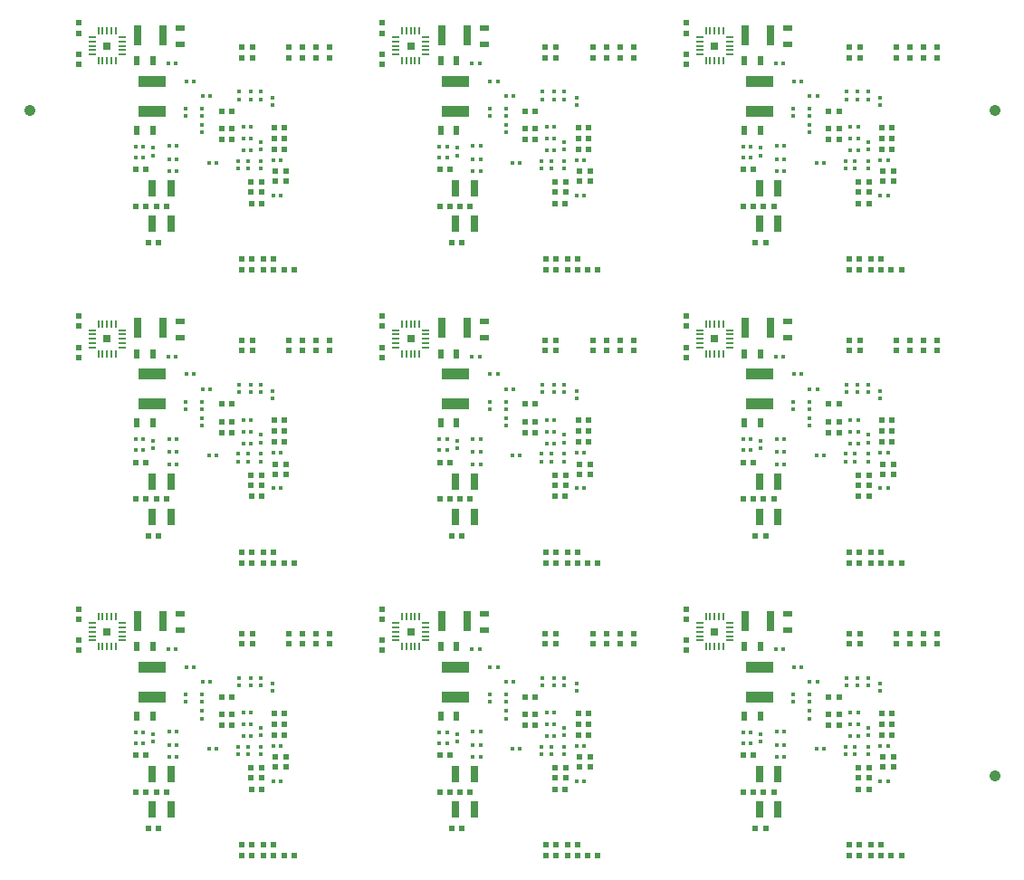
<source format=gbr>
*
%LPD*%
%FSLAX24Y24*%
%MOIN*%
%AD*%
%ADD172R,0.031496X0.031496*%
%ADD240R,0.01575X0.01575*%
%ADD241R,0.01969X0.02362*%
%ADD242R,0.02362X0.01969*%
%ADD243R,0.03543X0.02362*%
%ADD255R,0.02362X0.03543*%
%ADD256R,0.02756X0.00787*%
%ADD257R,0.00787X0.02756*%
%ADD266R,0.031496X0.059055*%
%ADD267R,0.102362X0.03937*%
%ADD268R,0.031496X0.074803*%
G54D266*
%SRX1Y1I0.0J0.0*%
G1X27118Y26753D3*
G1X27807Y26753D3*
G1X27118Y28053D3*
G1X27807Y28053D3*
G54D240*
G1X28385Y32003D3*
G1X28661Y32003D3*
G1X28975Y31453D3*
G1X29251Y31453D3*
G1X28031Y29133D3*
G1X27755Y29133D3*
G1X27755Y28683D3*
G1X28031Y28683D3*
G1X30751Y30313D3*
G1X30475Y30313D3*
G1X27725Y32653D3*
G1X28001Y32653D3*
G1X31851Y27803D3*
G1X31575Y27803D3*
G1X30751Y29453D3*
G1X30475Y29453D3*
G1X29215Y29003D3*
G1X29491Y29003D3*
G1X30751Y29883D3*
G1X30475Y29883D3*
G1X31575Y29103D3*
G1X31851Y29103D3*
G1X28031Y29613D3*
G1X27755Y29613D3*
G1X26525Y29603D3*
G1X26801Y29603D3*
G1X26525Y29203D3*
G1X26801Y29203D3*
G54D242*
G1X30763Y27916D3*
G1X30763Y28290D3*
G1X30813Y33240D3*
G1X30813Y32866D3*
G1X30413Y32866D3*
G1X30413Y33240D3*
G1X32163Y33240D3*
G1X32163Y32866D3*
G1X31163Y28290D3*
G1X31163Y27916D3*
G1X24413Y32990D3*
G1X24413Y32616D3*
G1X32063Y28690D3*
G1X32063Y28316D3*
G1X24413Y34140D3*
G1X24413Y33766D3*
G1X31663Y28316D3*
G1X31663Y28690D3*
G1X32663Y32866D3*
G1X32663Y33240D3*
G1X33163Y32866D3*
G1X33163Y33240D3*
G1X33663Y32866D3*
G1X33663Y33240D3*
G54D241*
G1X30800Y25453D3*
G1X30426Y25453D3*
G1X27276Y27403D3*
G1X27650Y27403D3*
G1X31626Y29503D3*
G1X32000Y29503D3*
G1X29676Y30903D3*
G1X30050Y30903D3*
G1X31226Y25453D3*
G1X31600Y25453D3*
G1X26976Y26053D3*
G1X27350Y26053D3*
G1X30426Y25053D3*
G1X30800Y25053D3*
G1X26526Y28753D3*
G1X26900Y28753D3*
G1X31626Y30303D3*
G1X32000Y30303D3*
G1X31976Y25053D3*
G1X32350Y25053D3*
G1X30050Y29853D3*
G1X29676Y29853D3*
G1X31626Y29903D3*
G1X32000Y29903D3*
G1X30050Y30253D3*
G1X29676Y30253D3*
G1X31600Y25053D3*
G1X31226Y25053D3*
G1X26900Y27403D3*
G1X26526Y27403D3*
G1X30776Y27503D3*
G1X31150Y27503D3*
G54D267*
G1X27113Y32004D3*
G1X27113Y30902D3*
G54D268*
G1X26600Y33703D3*
G1X27526Y33703D3*
G54D255*
G1X26568Y30203D3*
G1X27158Y32753D3*
G1X27158Y30203D3*
G1X26568Y32753D3*
G54D243*
G1X28163Y33358D3*
G1X28163Y33948D3*
G54D172*
G1X25463Y33303D3*
G54D257*
G1X25306Y33854D3*
G1X25778Y32752D3*
G1X25620Y32752D3*
G1X25463Y32752D3*
G1X25306Y32752D3*
G1X25148Y32752D3*
G1X25148Y33854D3*
G1X25463Y33854D3*
G1X25620Y33854D3*
G1X25778Y33854D3*
G54D256*
G1X26014Y33618D3*
G1X26014Y33460D3*
G1X26014Y33303D3*
G1X26014Y33145D3*
G1X26014Y32988D3*
G1X24912Y32988D3*
G1X24912Y33145D3*
G1X24912Y33303D3*
G1X24912Y33460D3*
G1X24912Y33618D3*
G54D240*
G1X30643Y28785D3*
G1X30643Y29061D3*
G1X30283Y29061D3*
G1X30283Y28785D3*
G1X30313Y31335D3*
G1X30313Y31611D3*
G1X30743Y31611D3*
G1X30743Y31335D3*
G1X31113Y28785D3*
G1X31113Y29061D3*
G1X28963Y30105D3*
G1X28963Y30381D3*
G1X31563Y31391D3*
G1X31563Y31115D3*
G1X31113Y31335D3*
G1X31113Y31611D3*
G1X28363Y30715D3*
G1X28363Y30991D3*
G1X28963Y30991D3*
G1X28963Y30715D3*
G1X27163Y29541D3*
G1X27163Y29265D3*
G1X31113Y29761D3*
G1X31113Y29485D3*
G54D266*
G1X27118Y15965D3*
G1X27807Y15965D3*
G1X27118Y17265D3*
G1X27807Y17265D3*
G54D240*
G1X28385Y21215D3*
G1X28661Y21215D3*
G1X28975Y20665D3*
G1X29251Y20665D3*
G1X28031Y18345D3*
G1X27755Y18345D3*
G1X27755Y17895D3*
G1X28031Y17895D3*
G1X30751Y19525D3*
G1X30475Y19525D3*
G1X27725Y21865D3*
G1X28001Y21865D3*
G1X31851Y17015D3*
G1X31575Y17015D3*
G1X30751Y18665D3*
G1X30475Y18665D3*
G1X29215Y18215D3*
G1X29491Y18215D3*
G1X30751Y19095D3*
G1X30475Y19095D3*
G1X31575Y18315D3*
G1X31851Y18315D3*
G1X28031Y18825D3*
G1X27755Y18825D3*
G1X26525Y18815D3*
G1X26801Y18815D3*
G1X26525Y18415D3*
G1X26801Y18415D3*
G54D242*
G1X30763Y17128D3*
G1X30763Y17502D3*
G1X30813Y22452D3*
G1X30813Y22078D3*
G1X30413Y22078D3*
G1X30413Y22452D3*
G1X32163Y22452D3*
G1X32163Y22078D3*
G1X31163Y17502D3*
G1X31163Y17128D3*
G1X24413Y22202D3*
G1X24413Y21828D3*
G1X32063Y17902D3*
G1X32063Y17528D3*
G1X24413Y23352D3*
G1X24413Y22978D3*
G1X31663Y17528D3*
G1X31663Y17902D3*
G1X32663Y22078D3*
G1X32663Y22452D3*
G1X33163Y22078D3*
G1X33163Y22452D3*
G1X33663Y22078D3*
G1X33663Y22452D3*
G54D241*
G1X30800Y14665D3*
G1X30426Y14665D3*
G1X27276Y16615D3*
G1X27650Y16615D3*
G1X31626Y18715D3*
G1X32000Y18715D3*
G1X29676Y20115D3*
G1X30050Y20115D3*
G1X31226Y14665D3*
G1X31600Y14665D3*
G1X26976Y15265D3*
G1X27350Y15265D3*
G1X30426Y14265D3*
G1X30800Y14265D3*
G1X26526Y17965D3*
G1X26900Y17965D3*
G1X31626Y19515D3*
G1X32000Y19515D3*
G1X31976Y14265D3*
G1X32350Y14265D3*
G1X30050Y19065D3*
G1X29676Y19065D3*
G1X31626Y19115D3*
G1X32000Y19115D3*
G1X30050Y19465D3*
G1X29676Y19465D3*
G1X31600Y14265D3*
G1X31226Y14265D3*
G1X26900Y16615D3*
G1X26526Y16615D3*
G1X30776Y16715D3*
G1X31150Y16715D3*
G54D267*
G1X27113Y21216D3*
G1X27113Y20114D3*
G54D268*
G1X26600Y22915D3*
G1X27526Y22915D3*
G54D255*
G1X26568Y19415D3*
G1X27158Y21965D3*
G1X27158Y19415D3*
G1X26568Y21965D3*
G54D243*
G1X28163Y22570D3*
G1X28163Y23160D3*
G54D172*
G1X25463Y22515D3*
G54D257*
G1X25306Y23066D3*
G1X25778Y21964D3*
G1X25620Y21964D3*
G1X25463Y21964D3*
G1X25306Y21964D3*
G1X25148Y21964D3*
G1X25148Y23066D3*
G1X25463Y23066D3*
G1X25620Y23066D3*
G1X25778Y23066D3*
G54D256*
G1X26014Y22830D3*
G1X26014Y22672D3*
G1X26014Y22515D3*
G1X26014Y22357D3*
G1X26014Y22200D3*
G1X24912Y22200D3*
G1X24912Y22357D3*
G1X24912Y22515D3*
G1X24912Y22672D3*
G1X24912Y22830D3*
G54D240*
G1X30643Y17997D3*
G1X30643Y18273D3*
G1X30283Y18273D3*
G1X30283Y17997D3*
G1X30313Y20547D3*
G1X30313Y20823D3*
G1X30743Y20823D3*
G1X30743Y20547D3*
G1X31113Y17997D3*
G1X31113Y18273D3*
G1X28963Y19317D3*
G1X28963Y19593D3*
G1X31563Y20603D3*
G1X31563Y20327D3*
G1X31113Y20547D3*
G1X31113Y20823D3*
G1X28363Y19927D3*
G1X28363Y20203D3*
G1X28963Y20203D3*
G1X28963Y19927D3*
G1X27163Y18753D3*
G1X27163Y18477D3*
G1X31113Y18973D3*
G1X31113Y18697D3*
G54D266*
G1X27118Y5178D3*
G1X27807Y5178D3*
G1X27118Y6478D3*
G1X27807Y6478D3*
G54D240*
G1X28385Y10428D3*
G1X28661Y10428D3*
G1X28975Y9878D3*
G1X29251Y9878D3*
G1X28031Y7558D3*
G1X27755Y7558D3*
G1X27755Y7108D3*
G1X28031Y7108D3*
G1X30751Y8738D3*
G1X30475Y8738D3*
G1X27725Y11078D3*
G1X28001Y11078D3*
G1X31851Y6228D3*
G1X31575Y6228D3*
G1X30751Y7878D3*
G1X30475Y7878D3*
G1X29215Y7428D3*
G1X29491Y7428D3*
G1X30751Y8308D3*
G1X30475Y8308D3*
G1X31575Y7528D3*
G1X31851Y7528D3*
G1X28031Y8038D3*
G1X27755Y8038D3*
G1X26525Y8028D3*
G1X26801Y8028D3*
G1X26525Y7628D3*
G1X26801Y7628D3*
G54D242*
G1X30763Y6341D3*
G1X30763Y6715D3*
G1X30813Y11665D3*
G1X30813Y11291D3*
G1X30413Y11291D3*
G1X30413Y11665D3*
G1X32163Y11665D3*
G1X32163Y11291D3*
G1X31163Y6715D3*
G1X31163Y6341D3*
G1X24413Y11415D3*
G1X24413Y11041D3*
G1X32063Y7115D3*
G1X32063Y6741D3*
G1X24413Y12565D3*
G1X24413Y12191D3*
G1X31663Y6741D3*
G1X31663Y7115D3*
G1X32663Y11291D3*
G1X32663Y11665D3*
G1X33163Y11291D3*
G1X33163Y11665D3*
G1X33663Y11291D3*
G1X33663Y11665D3*
G54D241*
G1X30800Y3878D3*
G1X30426Y3878D3*
G1X27276Y5828D3*
G1X27650Y5828D3*
G1X31626Y7928D3*
G1X32000Y7928D3*
G1X29676Y9328D3*
G1X30050Y9328D3*
G1X31226Y3878D3*
G1X31600Y3878D3*
G1X26976Y4478D3*
G1X27350Y4478D3*
G1X30426Y3478D3*
G1X30800Y3478D3*
G1X26526Y7178D3*
G1X26900Y7178D3*
G1X31626Y8728D3*
G1X32000Y8728D3*
G1X31976Y3478D3*
G1X32350Y3478D3*
G1X30050Y8278D3*
G1X29676Y8278D3*
G1X31626Y8328D3*
G1X32000Y8328D3*
G1X30050Y8678D3*
G1X29676Y8678D3*
G1X31600Y3478D3*
G1X31226Y3478D3*
G1X26900Y5828D3*
G1X26526Y5828D3*
G1X30776Y5928D3*
G1X31150Y5928D3*
G54D267*
G1X27113Y10429D3*
G1X27113Y9327D3*
G54D268*
G1X26600Y12128D3*
G1X27526Y12128D3*
G54D255*
G1X26568Y8628D3*
G1X27158Y11178D3*
G1X27158Y8628D3*
G1X26568Y11178D3*
G54D243*
G1X28163Y11783D3*
G1X28163Y12373D3*
G54D172*
G1X25463Y11728D3*
G54D257*
G1X25306Y12279D3*
G1X25778Y11177D3*
G1X25620Y11177D3*
G1X25463Y11177D3*
G1X25306Y11177D3*
G1X25148Y11177D3*
G1X25148Y12279D3*
G1X25463Y12279D3*
G1X25620Y12279D3*
G1X25778Y12279D3*
G54D256*
G1X26014Y12043D3*
G1X26014Y11885D3*
G1X26014Y11728D3*
G1X26014Y11570D3*
G1X26014Y11413D3*
G1X24912Y11413D3*
G1X24912Y11570D3*
G1X24912Y11728D3*
G1X24912Y11885D3*
G1X24912Y12043D3*
G54D240*
G1X30643Y7210D3*
G1X30643Y7486D3*
G1X30283Y7486D3*
G1X30283Y7210D3*
G1X30313Y9760D3*
G1X30313Y10036D3*
G1X30743Y10036D3*
G1X30743Y9760D3*
G1X31113Y7210D3*
G1X31113Y7486D3*
G1X28963Y8530D3*
G1X28963Y8806D3*
G1X31563Y9816D3*
G1X31563Y9540D3*
G1X31113Y9760D3*
G1X31113Y10036D3*
G1X28363Y9140D3*
G1X28363Y9416D3*
G1X28963Y9416D3*
G1X28963Y9140D3*
G1X27163Y7966D3*
G1X27163Y7690D3*
G1X31113Y8186D3*
G1X31113Y7910D3*
G54D266*
G1X15937Y26753D3*
G1X16626Y26753D3*
G1X15937Y28053D3*
G1X16626Y28053D3*
G54D240*
G1X17204Y32003D3*
G1X17480Y32003D3*
G1X17794Y31453D3*
G1X18070Y31453D3*
G1X16850Y29133D3*
G1X16574Y29133D3*
G1X16574Y28683D3*
G1X16850Y28683D3*
G1X19570Y30313D3*
G1X19294Y30313D3*
G1X16544Y32653D3*
G1X16820Y32653D3*
G1X20670Y27803D3*
G1X20394Y27803D3*
G1X19570Y29453D3*
G1X19294Y29453D3*
G1X18034Y29003D3*
G1X18310Y29003D3*
G1X19570Y29883D3*
G1X19294Y29883D3*
G1X20394Y29103D3*
G1X20670Y29103D3*
G1X16850Y29613D3*
G1X16574Y29613D3*
G1X15344Y29603D3*
G1X15620Y29603D3*
G1X15344Y29203D3*
G1X15620Y29203D3*
G54D242*
G1X19582Y27916D3*
G1X19582Y28290D3*
G1X19632Y33240D3*
G1X19632Y32866D3*
G1X19232Y32866D3*
G1X19232Y33240D3*
G1X20982Y33240D3*
G1X20982Y32866D3*
G1X19982Y28290D3*
G1X19982Y27916D3*
G1X13232Y32990D3*
G1X13232Y32616D3*
G1X20882Y28690D3*
G1X20882Y28316D3*
G1X13232Y34140D3*
G1X13232Y33766D3*
G1X20482Y28316D3*
G1X20482Y28690D3*
G1X21482Y32866D3*
G1X21482Y33240D3*
G1X21982Y32866D3*
G1X21982Y33240D3*
G1X22482Y32866D3*
G1X22482Y33240D3*
G54D241*
G1X19619Y25453D3*
G1X19245Y25453D3*
G1X16095Y27403D3*
G1X16469Y27403D3*
G1X20445Y29503D3*
G1X20819Y29503D3*
G1X18495Y30903D3*
G1X18869Y30903D3*
G1X20045Y25453D3*
G1X20419Y25453D3*
G1X15795Y26053D3*
G1X16169Y26053D3*
G1X19245Y25053D3*
G1X19619Y25053D3*
G1X15345Y28753D3*
G1X15719Y28753D3*
G1X20445Y30303D3*
G1X20819Y30303D3*
G1X20795Y25053D3*
G1X21169Y25053D3*
G1X18869Y29853D3*
G1X18495Y29853D3*
G1X20445Y29903D3*
G1X20819Y29903D3*
G1X18869Y30253D3*
G1X18495Y30253D3*
G1X20419Y25053D3*
G1X20045Y25053D3*
G1X15719Y27403D3*
G1X15345Y27403D3*
G1X19595Y27503D3*
G1X19969Y27503D3*
G54D267*
G1X15932Y32004D3*
G1X15932Y30902D3*
G54D268*
G1X15419Y33703D3*
G1X16345Y33703D3*
G54D255*
G1X15387Y30203D3*
G1X15977Y32753D3*
G1X15977Y30203D3*
G1X15387Y32753D3*
G54D243*
G1X16982Y33358D3*
G1X16982Y33948D3*
G54D172*
G1X14282Y33303D3*
G54D257*
G1X14125Y33854D3*
G1X14597Y32752D3*
G1X14439Y32752D3*
G1X14282Y32752D3*
G1X14125Y32752D3*
G1X13967Y32752D3*
G1X13967Y33854D3*
G1X14282Y33854D3*
G1X14439Y33854D3*
G1X14597Y33854D3*
G54D256*
G1X14833Y33618D3*
G1X14833Y33460D3*
G1X14833Y33303D3*
G1X14833Y33145D3*
G1X14833Y32988D3*
G1X13731Y32988D3*
G1X13731Y33145D3*
G1X13731Y33303D3*
G1X13731Y33460D3*
G1X13731Y33618D3*
G54D240*
G1X19462Y28785D3*
G1X19462Y29061D3*
G1X19102Y29061D3*
G1X19102Y28785D3*
G1X19132Y31335D3*
G1X19132Y31611D3*
G1X19562Y31611D3*
G1X19562Y31335D3*
G1X19932Y28785D3*
G1X19932Y29061D3*
G1X17782Y30105D3*
G1X17782Y30381D3*
G1X20382Y31391D3*
G1X20382Y31115D3*
G1X19932Y31335D3*
G1X19932Y31611D3*
G1X17182Y30715D3*
G1X17182Y30991D3*
G1X17782Y30991D3*
G1X17782Y30715D3*
G1X15982Y29541D3*
G1X15982Y29265D3*
G1X19932Y29761D3*
G1X19932Y29485D3*
G54D266*
G1X15937Y15965D3*
G1X16626Y15965D3*
G1X15937Y17265D3*
G1X16626Y17265D3*
G54D240*
G1X17204Y21215D3*
G1X17480Y21215D3*
G1X17794Y20665D3*
G1X18070Y20665D3*
G1X16850Y18345D3*
G1X16574Y18345D3*
G1X16574Y17895D3*
G1X16850Y17895D3*
G1X19570Y19525D3*
G1X19294Y19525D3*
G1X16544Y21865D3*
G1X16820Y21865D3*
G1X20670Y17015D3*
G1X20394Y17015D3*
G1X19570Y18665D3*
G1X19294Y18665D3*
G1X18034Y18215D3*
G1X18310Y18215D3*
G1X19570Y19095D3*
G1X19294Y19095D3*
G1X20394Y18315D3*
G1X20670Y18315D3*
G1X16850Y18825D3*
G1X16574Y18825D3*
G1X15344Y18815D3*
G1X15620Y18815D3*
G1X15344Y18415D3*
G1X15620Y18415D3*
G54D242*
G1X19582Y17128D3*
G1X19582Y17502D3*
G1X19632Y22452D3*
G1X19632Y22078D3*
G1X19232Y22078D3*
G1X19232Y22452D3*
G1X20982Y22452D3*
G1X20982Y22078D3*
G1X19982Y17502D3*
G1X19982Y17128D3*
G1X13232Y22202D3*
G1X13232Y21828D3*
G1X20882Y17902D3*
G1X20882Y17528D3*
G1X13232Y23352D3*
G1X13232Y22978D3*
G1X20482Y17528D3*
G1X20482Y17902D3*
G1X21482Y22078D3*
G1X21482Y22452D3*
G1X21982Y22078D3*
G1X21982Y22452D3*
G1X22482Y22078D3*
G1X22482Y22452D3*
G54D241*
G1X19619Y14665D3*
G1X19245Y14665D3*
G1X16095Y16615D3*
G1X16469Y16615D3*
G1X20445Y18715D3*
G1X20819Y18715D3*
G1X18495Y20115D3*
G1X18869Y20115D3*
G1X20045Y14665D3*
G1X20419Y14665D3*
G1X15795Y15265D3*
G1X16169Y15265D3*
G1X19245Y14265D3*
G1X19619Y14265D3*
G1X15345Y17965D3*
G1X15719Y17965D3*
G1X20445Y19515D3*
G1X20819Y19515D3*
G1X20795Y14265D3*
G1X21169Y14265D3*
G1X18869Y19065D3*
G1X18495Y19065D3*
G1X20445Y19115D3*
G1X20819Y19115D3*
G1X18869Y19465D3*
G1X18495Y19465D3*
G1X20419Y14265D3*
G1X20045Y14265D3*
G1X15719Y16615D3*
G1X15345Y16615D3*
G1X19595Y16715D3*
G1X19969Y16715D3*
G54D267*
G1X15932Y21216D3*
G1X15932Y20114D3*
G54D268*
G1X15419Y22915D3*
G1X16345Y22915D3*
G54D255*
G1X15387Y19415D3*
G1X15977Y21965D3*
G1X15977Y19415D3*
G1X15387Y21965D3*
G54D243*
G1X16982Y22570D3*
G1X16982Y23160D3*
G54D172*
G1X14282Y22515D3*
G54D257*
G1X14125Y23066D3*
G1X14597Y21964D3*
G1X14439Y21964D3*
G1X14282Y21964D3*
G1X14125Y21964D3*
G1X13967Y21964D3*
G1X13967Y23066D3*
G1X14282Y23066D3*
G1X14439Y23066D3*
G1X14597Y23066D3*
G54D256*
G1X14833Y22830D3*
G1X14833Y22672D3*
G1X14833Y22515D3*
G1X14833Y22357D3*
G1X14833Y22200D3*
G1X13731Y22200D3*
G1X13731Y22357D3*
G1X13731Y22515D3*
G1X13731Y22672D3*
G1X13731Y22830D3*
G54D240*
G1X19462Y17997D3*
G1X19462Y18273D3*
G1X19102Y18273D3*
G1X19102Y17997D3*
G1X19132Y20547D3*
G1X19132Y20823D3*
G1X19562Y20823D3*
G1X19562Y20547D3*
G1X19932Y17997D3*
G1X19932Y18273D3*
G1X17782Y19317D3*
G1X17782Y19593D3*
G1X20382Y20603D3*
G1X20382Y20327D3*
G1X19932Y20547D3*
G1X19932Y20823D3*
G1X17182Y19927D3*
G1X17182Y20203D3*
G1X17782Y20203D3*
G1X17782Y19927D3*
G1X15982Y18753D3*
G1X15982Y18477D3*
G1X19932Y18973D3*
G1X19932Y18697D3*
G54D266*
G1X15937Y5178D3*
G1X16626Y5178D3*
G1X15937Y6478D3*
G1X16626Y6478D3*
G54D240*
G1X17204Y10428D3*
G1X17480Y10428D3*
G1X17794Y9878D3*
G1X18070Y9878D3*
G1X16850Y7558D3*
G1X16574Y7558D3*
G1X16574Y7108D3*
G1X16850Y7108D3*
G1X19570Y8738D3*
G1X19294Y8738D3*
G1X16544Y11078D3*
G1X16820Y11078D3*
G1X20670Y6228D3*
G1X20394Y6228D3*
G1X19570Y7878D3*
G1X19294Y7878D3*
G1X18034Y7428D3*
G1X18310Y7428D3*
G1X19570Y8308D3*
G1X19294Y8308D3*
G1X20394Y7528D3*
G1X20670Y7528D3*
G1X16850Y8038D3*
G1X16574Y8038D3*
G1X15344Y8028D3*
G1X15620Y8028D3*
G1X15344Y7628D3*
G1X15620Y7628D3*
G54D242*
G1X19582Y6341D3*
G1X19582Y6715D3*
G1X19632Y11665D3*
G1X19632Y11291D3*
G1X19232Y11291D3*
G1X19232Y11665D3*
G1X20982Y11665D3*
G1X20982Y11291D3*
G1X19982Y6715D3*
G1X19982Y6341D3*
G1X13232Y11415D3*
G1X13232Y11041D3*
G1X20882Y7115D3*
G1X20882Y6741D3*
G1X13232Y12565D3*
G1X13232Y12191D3*
G1X20482Y6741D3*
G1X20482Y7115D3*
G1X21482Y11291D3*
G1X21482Y11665D3*
G1X21982Y11291D3*
G1X21982Y11665D3*
G1X22482Y11291D3*
G1X22482Y11665D3*
G54D241*
G1X19619Y3878D3*
G1X19245Y3878D3*
G1X16095Y5828D3*
G1X16469Y5828D3*
G1X20445Y7928D3*
G1X20819Y7928D3*
G1X18495Y9328D3*
G1X18869Y9328D3*
G1X20045Y3878D3*
G1X20419Y3878D3*
G1X15795Y4478D3*
G1X16169Y4478D3*
G1X19245Y3478D3*
G1X19619Y3478D3*
G1X15345Y7178D3*
G1X15719Y7178D3*
G1X20445Y8728D3*
G1X20819Y8728D3*
G1X20795Y3478D3*
G1X21169Y3478D3*
G1X18869Y8278D3*
G1X18495Y8278D3*
G1X20445Y8328D3*
G1X20819Y8328D3*
G1X18869Y8678D3*
G1X18495Y8678D3*
G1X20419Y3478D3*
G1X20045Y3478D3*
G1X15719Y5828D3*
G1X15345Y5828D3*
G1X19595Y5928D3*
G1X19969Y5928D3*
G54D267*
G1X15932Y10429D3*
G1X15932Y9327D3*
G54D268*
G1X15419Y12128D3*
G1X16345Y12128D3*
G54D255*
G1X15387Y8628D3*
G1X15977Y11178D3*
G1X15977Y8628D3*
G1X15387Y11178D3*
G54D243*
G1X16982Y11783D3*
G1X16982Y12373D3*
G54D172*
G1X14282Y11728D3*
G54D257*
G1X14125Y12279D3*
G1X14597Y11177D3*
G1X14439Y11177D3*
G1X14282Y11177D3*
G1X14125Y11177D3*
G1X13967Y11177D3*
G1X13967Y12279D3*
G1X14282Y12279D3*
G1X14439Y12279D3*
G1X14597Y12279D3*
G54D256*
G1X14833Y12043D3*
G1X14833Y11885D3*
G1X14833Y11728D3*
G1X14833Y11570D3*
G1X14833Y11413D3*
G1X13731Y11413D3*
G1X13731Y11570D3*
G1X13731Y11728D3*
G1X13731Y11885D3*
G1X13731Y12043D3*
G54D240*
G1X19462Y7210D3*
G1X19462Y7486D3*
G1X19102Y7486D3*
G1X19102Y7210D3*
G1X19132Y9760D3*
G1X19132Y10036D3*
G1X19562Y10036D3*
G1X19562Y9760D3*
G1X19932Y7210D3*
G1X19932Y7486D3*
G1X17782Y8530D3*
G1X17782Y8806D3*
G1X20382Y9816D3*
G1X20382Y9540D3*
G1X19932Y9760D3*
G1X19932Y10036D3*
G1X17182Y9140D3*
G1X17182Y9416D3*
G1X17782Y9416D3*
G1X17782Y9140D3*
G1X15982Y7966D3*
G1X15982Y7690D3*
G1X19932Y8186D3*
G1X19932Y7910D3*
G54D266*
G1X4756Y5178D3*
G1X5445Y5178D3*
G1X4756Y6478D3*
G1X5445Y6478D3*
G54D240*
G1X6023Y10428D3*
G1X6299Y10428D3*
G1X6613Y9878D3*
G1X6889Y9878D3*
G1X5669Y7558D3*
G1X5393Y7558D3*
G1X5393Y7108D3*
G1X5669Y7108D3*
G1X8389Y8738D3*
G1X8113Y8738D3*
G1X5363Y11078D3*
G1X5639Y11078D3*
G1X9489Y6228D3*
G1X9213Y6228D3*
G1X8389Y7878D3*
G1X8113Y7878D3*
G1X6853Y7428D3*
G1X7129Y7428D3*
G1X8389Y8308D3*
G1X8113Y8308D3*
G1X9213Y7528D3*
G1X9489Y7528D3*
G1X5669Y8038D3*
G1X5393Y8038D3*
G1X4163Y8028D3*
G1X4439Y8028D3*
G1X4163Y7628D3*
G1X4439Y7628D3*
G54D242*
G1X8401Y6341D3*
G1X8401Y6715D3*
G1X8451Y11665D3*
G1X8451Y11291D3*
G1X8051Y11291D3*
G1X8051Y11665D3*
G1X9801Y11665D3*
G1X9801Y11291D3*
G1X8801Y6715D3*
G1X8801Y6341D3*
G1X2051Y11415D3*
G1X2051Y11041D3*
G1X9701Y7115D3*
G1X9701Y6741D3*
G1X2051Y12565D3*
G1X2051Y12191D3*
G1X9301Y6741D3*
G1X9301Y7115D3*
G1X10301Y11291D3*
G1X10301Y11665D3*
G1X10801Y11291D3*
G1X10801Y11665D3*
G1X11301Y11291D3*
G1X11301Y11665D3*
G54D241*
G1X8438Y3878D3*
G1X8064Y3878D3*
G1X4914Y5828D3*
G1X5288Y5828D3*
G1X9264Y7928D3*
G1X9638Y7928D3*
G1X7314Y9328D3*
G1X7688Y9328D3*
G1X8864Y3878D3*
G1X9238Y3878D3*
G1X4614Y4478D3*
G1X4988Y4478D3*
G1X8064Y3478D3*
G1X8438Y3478D3*
G1X4164Y7178D3*
G1X4538Y7178D3*
G1X9264Y8728D3*
G1X9638Y8728D3*
G1X9614Y3478D3*
G1X9988Y3478D3*
G1X7688Y8278D3*
G1X7314Y8278D3*
G1X9264Y8328D3*
G1X9638Y8328D3*
G1X7688Y8678D3*
G1X7314Y8678D3*
G1X9238Y3478D3*
G1X8864Y3478D3*
G1X4538Y5828D3*
G1X4164Y5828D3*
G1X8414Y5928D3*
G1X8788Y5928D3*
G54D267*
G1X4751Y10429D3*
G1X4751Y9327D3*
G54D268*
G1X4238Y12128D3*
G1X5164Y12128D3*
G54D255*
G1X4206Y8628D3*
G1X4796Y11178D3*
G1X4796Y8628D3*
G1X4206Y11178D3*
G54D243*
G1X5801Y11783D3*
G1X5801Y12373D3*
G54D172*
G1X3101Y11728D3*
G54D257*
G1X2944Y12279D3*
G1X3416Y11177D3*
G1X3258Y11177D3*
G1X3101Y11177D3*
G1X2944Y11177D3*
G1X2786Y11177D3*
G1X2786Y12279D3*
G1X3101Y12279D3*
G1X3258Y12279D3*
G1X3416Y12279D3*
G54D256*
G1X3652Y12043D3*
G1X3652Y11885D3*
G1X3652Y11728D3*
G1X3652Y11570D3*
G1X3652Y11413D3*
G1X2550Y11413D3*
G1X2550Y11570D3*
G1X2550Y11728D3*
G1X2550Y11885D3*
G1X2550Y12043D3*
G54D240*
G1X8281Y7210D3*
G1X8281Y7486D3*
G1X7921Y7486D3*
G1X7921Y7210D3*
G1X7951Y9760D3*
G1X7951Y10036D3*
G1X8381Y10036D3*
G1X8381Y9760D3*
G1X8751Y7210D3*
G1X8751Y7486D3*
G1X6601Y8530D3*
G1X6601Y8806D3*
G1X9201Y9816D3*
G1X9201Y9540D3*
G1X8751Y9760D3*
G1X8751Y10036D3*
G1X6001Y9140D3*
G1X6001Y9416D3*
G1X6601Y9416D3*
G1X6601Y9140D3*
G1X4801Y7966D3*
G1X4801Y7690D3*
G1X8751Y8186D3*
G1X8751Y7910D3*
G54D266*
G1X4756Y15965D3*
G1X5445Y15965D3*
G1X4756Y17265D3*
G1X5445Y17265D3*
G54D240*
G1X6023Y21215D3*
G1X6299Y21215D3*
G1X6613Y20665D3*
G1X6889Y20665D3*
G1X5669Y18345D3*
G1X5393Y18345D3*
G1X5393Y17895D3*
G1X5669Y17895D3*
G1X8389Y19525D3*
G1X8113Y19525D3*
G1X5363Y21865D3*
G1X5639Y21865D3*
G1X9489Y17015D3*
G1X9213Y17015D3*
G1X8389Y18665D3*
G1X8113Y18665D3*
G1X6853Y18215D3*
G1X7129Y18215D3*
G1X8389Y19095D3*
G1X8113Y19095D3*
G1X9213Y18315D3*
G1X9489Y18315D3*
G1X5669Y18825D3*
G1X5393Y18825D3*
G1X4163Y18815D3*
G1X4439Y18815D3*
G1X4163Y18415D3*
G1X4439Y18415D3*
G54D242*
G1X8401Y17128D3*
G1X8401Y17502D3*
G1X8451Y22452D3*
G1X8451Y22078D3*
G1X8051Y22078D3*
G1X8051Y22452D3*
G1X9801Y22452D3*
G1X9801Y22078D3*
G1X8801Y17502D3*
G1X8801Y17128D3*
G1X2051Y22202D3*
G1X2051Y21828D3*
G1X9701Y17902D3*
G1X9701Y17528D3*
G1X2051Y23352D3*
G1X2051Y22978D3*
G1X9301Y17528D3*
G1X9301Y17902D3*
G1X10301Y22078D3*
G1X10301Y22452D3*
G1X10801Y22078D3*
G1X10801Y22452D3*
G1X11301Y22078D3*
G1X11301Y22452D3*
G54D241*
G1X8438Y14665D3*
G1X8064Y14665D3*
G1X4914Y16615D3*
G1X5288Y16615D3*
G1X9264Y18715D3*
G1X9638Y18715D3*
G1X7314Y20115D3*
G1X7688Y20115D3*
G1X8864Y14665D3*
G1X9238Y14665D3*
G1X4614Y15265D3*
G1X4988Y15265D3*
G1X8064Y14265D3*
G1X8438Y14265D3*
G1X4164Y17965D3*
G1X4538Y17965D3*
G1X9264Y19515D3*
G1X9638Y19515D3*
G1X9614Y14265D3*
G1X9988Y14265D3*
G1X7688Y19065D3*
G1X7314Y19065D3*
G1X9264Y19115D3*
G1X9638Y19115D3*
G1X7688Y19465D3*
G1X7314Y19465D3*
G1X9238Y14265D3*
G1X8864Y14265D3*
G1X4538Y16615D3*
G1X4164Y16615D3*
G1X8414Y16715D3*
G1X8788Y16715D3*
G54D267*
G1X4751Y21216D3*
G1X4751Y20114D3*
G54D268*
G1X4238Y22915D3*
G1X5164Y22915D3*
G54D255*
G1X4206Y19415D3*
G1X4796Y21965D3*
G1X4796Y19415D3*
G1X4206Y21965D3*
G54D243*
G1X5801Y22570D3*
G1X5801Y23160D3*
G54D172*
G1X3101Y22515D3*
G54D257*
G1X2944Y23066D3*
G1X3416Y21964D3*
G1X3258Y21964D3*
G1X3101Y21964D3*
G1X2944Y21964D3*
G1X2786Y21964D3*
G1X2786Y23066D3*
G1X3101Y23066D3*
G1X3258Y23066D3*
G1X3416Y23066D3*
G54D256*
G1X3652Y22830D3*
G1X3652Y22672D3*
G1X3652Y22515D3*
G1X3652Y22357D3*
G1X3652Y22200D3*
G1X2550Y22200D3*
G1X2550Y22357D3*
G1X2550Y22515D3*
G1X2550Y22672D3*
G1X2550Y22830D3*
G54D240*
G1X8281Y17997D3*
G1X8281Y18273D3*
G1X7921Y18273D3*
G1X7921Y17997D3*
G1X7951Y20547D3*
G1X7951Y20823D3*
G1X8381Y20823D3*
G1X8381Y20547D3*
G1X8751Y17997D3*
G1X8751Y18273D3*
G1X6601Y19317D3*
G1X6601Y19593D3*
G1X9201Y20603D3*
G1X9201Y20327D3*
G1X8751Y20547D3*
G1X8751Y20823D3*
G1X6001Y19927D3*
G1X6001Y20203D3*
G1X6601Y20203D3*
G1X6601Y19927D3*
G1X4801Y18753D3*
G1X4801Y18477D3*
G1X8751Y18973D3*
G1X8751Y18697D3*
G54D266*
G1X4756Y26753D3*
G1X5445Y26753D3*
G1X4756Y28053D3*
G1X5445Y28053D3*
G54D240*
G1X6023Y32003D3*
G1X6299Y32003D3*
G1X6613Y31453D3*
G1X6889Y31453D3*
G1X5669Y29133D3*
G1X5393Y29133D3*
G1X5393Y28683D3*
G1X5669Y28683D3*
G1X8389Y30313D3*
G1X8113Y30313D3*
G1X5363Y32653D3*
G1X5639Y32653D3*
G1X9489Y27803D3*
G1X9213Y27803D3*
G1X8389Y29453D3*
G1X8113Y29453D3*
G1X6853Y29003D3*
G1X7129Y29003D3*
G1X8389Y29883D3*
G1X8113Y29883D3*
G1X9213Y29103D3*
G1X9489Y29103D3*
G1X5669Y29613D3*
G1X5393Y29613D3*
G1X4163Y29603D3*
G1X4439Y29603D3*
G1X4163Y29203D3*
G1X4439Y29203D3*
G54D242*
G1X8401Y27916D3*
G1X8401Y28290D3*
G1X8451Y33240D3*
G1X8451Y32866D3*
G1X8051Y32866D3*
G1X8051Y33240D3*
G1X9801Y33240D3*
G1X9801Y32866D3*
G1X8801Y28290D3*
G1X8801Y27916D3*
G1X2051Y32990D3*
G1X2051Y32616D3*
G1X9701Y28690D3*
G1X9701Y28316D3*
G1X2051Y34140D3*
G1X2051Y33766D3*
G1X9301Y28316D3*
G1X9301Y28690D3*
G1X10301Y32866D3*
G1X10301Y33240D3*
G1X10801Y32866D3*
G1X10801Y33240D3*
G1X11301Y32866D3*
G1X11301Y33240D3*
G54D241*
G1X8438Y25453D3*
G1X8064Y25453D3*
G1X4914Y27403D3*
G1X5288Y27403D3*
G1X9264Y29503D3*
G1X9638Y29503D3*
G1X7314Y30903D3*
G1X7688Y30903D3*
G1X8864Y25453D3*
G1X9238Y25453D3*
G1X4614Y26053D3*
G1X4988Y26053D3*
G1X8064Y25053D3*
G1X8438Y25053D3*
G1X4164Y28753D3*
G1X4538Y28753D3*
G1X9264Y30303D3*
G1X9638Y30303D3*
G1X9614Y25053D3*
G1X9988Y25053D3*
G1X7688Y29853D3*
G1X7314Y29853D3*
G1X9264Y29903D3*
G1X9638Y29903D3*
G1X7688Y30253D3*
G1X7314Y30253D3*
G1X9238Y25053D3*
G1X8864Y25053D3*
G1X4538Y27403D3*
G1X4164Y27403D3*
G1X8414Y27503D3*
G1X8788Y27503D3*
G54D267*
G1X4751Y32004D3*
G1X4751Y30902D3*
G54D268*
G1X4238Y33703D3*
G1X5164Y33703D3*
G54D255*
G1X4206Y30203D3*
G1X4796Y32753D3*
G1X4796Y30203D3*
G1X4206Y32753D3*
G54D243*
G1X5801Y33358D3*
G1X5801Y33948D3*
G54D172*
G1X3101Y33303D3*
G54D257*
G1X2944Y33854D3*
G1X3416Y32752D3*
G1X3258Y32752D3*
G1X3101Y32752D3*
G1X2944Y32752D3*
G1X2786Y32752D3*
G1X2786Y33854D3*
G1X3101Y33854D3*
G1X3258Y33854D3*
G1X3416Y33854D3*
G54D256*
G1X3652Y33618D3*
G1X3652Y33460D3*
G1X3652Y33303D3*
G1X3652Y33145D3*
G1X3652Y32988D3*
G1X2550Y32988D3*
G1X2550Y33145D3*
G1X2550Y33303D3*
G1X2550Y33460D3*
G1X2550Y33618D3*
G54D240*
G1X8281Y28785D3*
G1X8281Y29061D3*
G1X7921Y29061D3*
G1X7921Y28785D3*
G1X7951Y31335D3*
G1X7951Y31611D3*
G1X8381Y31611D3*
G1X8381Y31335D3*
G1X8751Y28785D3*
G1X8751Y29061D3*
G1X6601Y30105D3*
G1X6601Y30381D3*
G1X9201Y31391D3*
G1X9201Y31115D3*
G1X8751Y31335D3*
G1X8751Y31611D3*
G1X6001Y30715D3*
G1X6001Y30991D3*
G1X6601Y30991D3*
G1X6601Y30715D3*
G1X4801Y29541D3*
G1X4801Y29265D3*
G1X8751Y29761D3*
G1X8751Y29485D3*

%LPD*%
%LNtl*%
%FSLAX24Y24*%
%MOIN*%
%AD*%
%ADD53C,0.041339*%
G54D53*
%SRX1Y1I0.0J0.0*%
G1X35778Y30915D3*
G1X35778Y6427D3*
G1X266Y30915D3*

M2*

</source>
